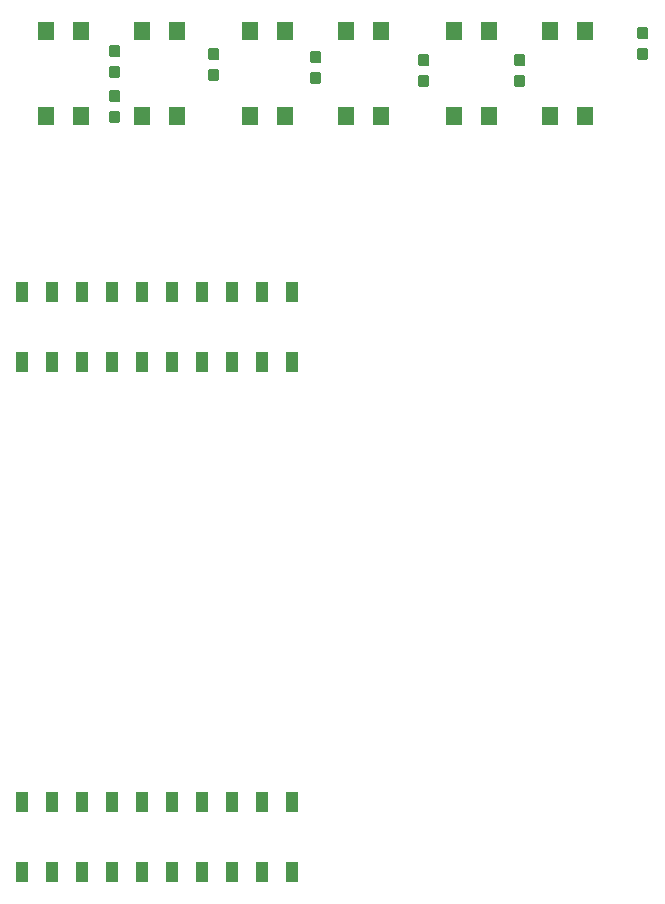
<source format=gbr>
G04 #@! TF.GenerationSoftware,KiCad,Pcbnew,(5.0.0)*
G04 #@! TF.CreationDate,2018-12-16T15:07:14-06:00*
G04 #@! TF.ProjectId,DriveBoard_Hardware,4472697665426F6172645F4861726477,rev?*
G04 #@! TF.SameCoordinates,Original*
G04 #@! TF.FileFunction,Paste,Bot*
G04 #@! TF.FilePolarity,Positive*
%FSLAX46Y46*%
G04 Gerber Fmt 4.6, Leading zero omitted, Abs format (unit mm)*
G04 Created by KiCad (PCBNEW (5.0.0)) date 12/16/18 15:07:14*
%MOMM*%
%LPD*%
G01*
G04 APERTURE LIST*
%ADD10R,0.990600X1.778000*%
%ADD11R,1.400000X1.600000*%
%ADD12C,0.100000*%
%ADD13C,0.950000*%
G04 APERTURE END LIST*
D10*
G04 #@! TO.C,U4*
X123698000Y-110134400D03*
X146558000Y-61061600D03*
X144018000Y-61061600D03*
X136398000Y-61061600D03*
X133858000Y-104241600D03*
X138938000Y-61061600D03*
X141478000Y-61061600D03*
X138938000Y-110134400D03*
X144018000Y-104241600D03*
X133858000Y-61061600D03*
X131318000Y-61061600D03*
X144018000Y-110134400D03*
X138938000Y-104241600D03*
X136398000Y-104241600D03*
X123698000Y-104241600D03*
X126238000Y-104241600D03*
X128778000Y-104241600D03*
X131318000Y-104241600D03*
X141478000Y-104241600D03*
X146558000Y-104241600D03*
X126238000Y-110134400D03*
X128778000Y-110134400D03*
X131318000Y-110134400D03*
X133858000Y-110134400D03*
X136398000Y-110134400D03*
X141478000Y-110134400D03*
X146558000Y-110134400D03*
X123698000Y-66954400D03*
X126238000Y-66954400D03*
X128778000Y-66954400D03*
X131318000Y-66954400D03*
X133858000Y-66954400D03*
X136398000Y-66954400D03*
X138938000Y-66954400D03*
X141478000Y-66954400D03*
X144018000Y-66954400D03*
X146558000Y-66954400D03*
X123698000Y-61061600D03*
X126238000Y-61061600D03*
X128778000Y-61061600D03*
G04 #@! TD*
D11*
G04 #@! TO.C,SW1*
X128754000Y-38945000D03*
X128754000Y-46145000D03*
X125754000Y-38945000D03*
X125754000Y-46145000D03*
G04 #@! TD*
G04 #@! TO.C,SW2*
X133882000Y-46145000D03*
X133882000Y-38945000D03*
X136882000Y-46145000D03*
X136882000Y-38945000D03*
G04 #@! TD*
G04 #@! TO.C,SW3*
X146026000Y-38945000D03*
X146026000Y-46145000D03*
X143026000Y-38945000D03*
X143026000Y-46145000D03*
G04 #@! TD*
G04 #@! TO.C,SW4*
X151154000Y-46145000D03*
X151154000Y-38945000D03*
X154154000Y-46145000D03*
X154154000Y-38945000D03*
G04 #@! TD*
G04 #@! TO.C,SW5*
X163298000Y-38945000D03*
X163298000Y-46145000D03*
X160298000Y-38945000D03*
X160298000Y-46145000D03*
G04 #@! TD*
G04 #@! TO.C,SW6*
X168426000Y-46145000D03*
X168426000Y-38945000D03*
X171426000Y-46145000D03*
X171426000Y-38945000D03*
G04 #@! TD*
D12*
G04 #@! TO.C,R8*
G36*
X131832779Y-45676144D02*
X131855834Y-45679563D01*
X131878443Y-45685227D01*
X131900387Y-45693079D01*
X131921457Y-45703044D01*
X131941448Y-45715026D01*
X131960168Y-45728910D01*
X131977438Y-45744562D01*
X131993090Y-45761832D01*
X132006974Y-45780552D01*
X132018956Y-45800543D01*
X132028921Y-45821613D01*
X132036773Y-45843557D01*
X132042437Y-45866166D01*
X132045856Y-45889221D01*
X132047000Y-45912500D01*
X132047000Y-46487500D01*
X132045856Y-46510779D01*
X132042437Y-46533834D01*
X132036773Y-46556443D01*
X132028921Y-46578387D01*
X132018956Y-46599457D01*
X132006974Y-46619448D01*
X131993090Y-46638168D01*
X131977438Y-46655438D01*
X131960168Y-46671090D01*
X131941448Y-46684974D01*
X131921457Y-46696956D01*
X131900387Y-46706921D01*
X131878443Y-46714773D01*
X131855834Y-46720437D01*
X131832779Y-46723856D01*
X131809500Y-46725000D01*
X131334500Y-46725000D01*
X131311221Y-46723856D01*
X131288166Y-46720437D01*
X131265557Y-46714773D01*
X131243613Y-46706921D01*
X131222543Y-46696956D01*
X131202552Y-46684974D01*
X131183832Y-46671090D01*
X131166562Y-46655438D01*
X131150910Y-46638168D01*
X131137026Y-46619448D01*
X131125044Y-46599457D01*
X131115079Y-46578387D01*
X131107227Y-46556443D01*
X131101563Y-46533834D01*
X131098144Y-46510779D01*
X131097000Y-46487500D01*
X131097000Y-45912500D01*
X131098144Y-45889221D01*
X131101563Y-45866166D01*
X131107227Y-45843557D01*
X131115079Y-45821613D01*
X131125044Y-45800543D01*
X131137026Y-45780552D01*
X131150910Y-45761832D01*
X131166562Y-45744562D01*
X131183832Y-45728910D01*
X131202552Y-45715026D01*
X131222543Y-45703044D01*
X131243613Y-45693079D01*
X131265557Y-45685227D01*
X131288166Y-45679563D01*
X131311221Y-45676144D01*
X131334500Y-45675000D01*
X131809500Y-45675000D01*
X131832779Y-45676144D01*
X131832779Y-45676144D01*
G37*
D13*
X131572000Y-46200000D03*
D12*
G36*
X131832779Y-43926144D02*
X131855834Y-43929563D01*
X131878443Y-43935227D01*
X131900387Y-43943079D01*
X131921457Y-43953044D01*
X131941448Y-43965026D01*
X131960168Y-43978910D01*
X131977438Y-43994562D01*
X131993090Y-44011832D01*
X132006974Y-44030552D01*
X132018956Y-44050543D01*
X132028921Y-44071613D01*
X132036773Y-44093557D01*
X132042437Y-44116166D01*
X132045856Y-44139221D01*
X132047000Y-44162500D01*
X132047000Y-44737500D01*
X132045856Y-44760779D01*
X132042437Y-44783834D01*
X132036773Y-44806443D01*
X132028921Y-44828387D01*
X132018956Y-44849457D01*
X132006974Y-44869448D01*
X131993090Y-44888168D01*
X131977438Y-44905438D01*
X131960168Y-44921090D01*
X131941448Y-44934974D01*
X131921457Y-44946956D01*
X131900387Y-44956921D01*
X131878443Y-44964773D01*
X131855834Y-44970437D01*
X131832779Y-44973856D01*
X131809500Y-44975000D01*
X131334500Y-44975000D01*
X131311221Y-44973856D01*
X131288166Y-44970437D01*
X131265557Y-44964773D01*
X131243613Y-44956921D01*
X131222543Y-44946956D01*
X131202552Y-44934974D01*
X131183832Y-44921090D01*
X131166562Y-44905438D01*
X131150910Y-44888168D01*
X131137026Y-44869448D01*
X131125044Y-44849457D01*
X131115079Y-44828387D01*
X131107227Y-44806443D01*
X131101563Y-44783834D01*
X131098144Y-44760779D01*
X131097000Y-44737500D01*
X131097000Y-44162500D01*
X131098144Y-44139221D01*
X131101563Y-44116166D01*
X131107227Y-44093557D01*
X131115079Y-44071613D01*
X131125044Y-44050543D01*
X131137026Y-44030552D01*
X131150910Y-44011832D01*
X131166562Y-43994562D01*
X131183832Y-43978910D01*
X131202552Y-43965026D01*
X131222543Y-43953044D01*
X131243613Y-43943079D01*
X131265557Y-43935227D01*
X131288166Y-43929563D01*
X131311221Y-43926144D01*
X131334500Y-43925000D01*
X131809500Y-43925000D01*
X131832779Y-43926144D01*
X131832779Y-43926144D01*
G37*
D13*
X131572000Y-44450000D03*
G04 #@! TD*
D12*
G04 #@! TO.C,R9*
G36*
X131832779Y-41866144D02*
X131855834Y-41869563D01*
X131878443Y-41875227D01*
X131900387Y-41883079D01*
X131921457Y-41893044D01*
X131941448Y-41905026D01*
X131960168Y-41918910D01*
X131977438Y-41934562D01*
X131993090Y-41951832D01*
X132006974Y-41970552D01*
X132018956Y-41990543D01*
X132028921Y-42011613D01*
X132036773Y-42033557D01*
X132042437Y-42056166D01*
X132045856Y-42079221D01*
X132047000Y-42102500D01*
X132047000Y-42677500D01*
X132045856Y-42700779D01*
X132042437Y-42723834D01*
X132036773Y-42746443D01*
X132028921Y-42768387D01*
X132018956Y-42789457D01*
X132006974Y-42809448D01*
X131993090Y-42828168D01*
X131977438Y-42845438D01*
X131960168Y-42861090D01*
X131941448Y-42874974D01*
X131921457Y-42886956D01*
X131900387Y-42896921D01*
X131878443Y-42904773D01*
X131855834Y-42910437D01*
X131832779Y-42913856D01*
X131809500Y-42915000D01*
X131334500Y-42915000D01*
X131311221Y-42913856D01*
X131288166Y-42910437D01*
X131265557Y-42904773D01*
X131243613Y-42896921D01*
X131222543Y-42886956D01*
X131202552Y-42874974D01*
X131183832Y-42861090D01*
X131166562Y-42845438D01*
X131150910Y-42828168D01*
X131137026Y-42809448D01*
X131125044Y-42789457D01*
X131115079Y-42768387D01*
X131107227Y-42746443D01*
X131101563Y-42723834D01*
X131098144Y-42700779D01*
X131097000Y-42677500D01*
X131097000Y-42102500D01*
X131098144Y-42079221D01*
X131101563Y-42056166D01*
X131107227Y-42033557D01*
X131115079Y-42011613D01*
X131125044Y-41990543D01*
X131137026Y-41970552D01*
X131150910Y-41951832D01*
X131166562Y-41934562D01*
X131183832Y-41918910D01*
X131202552Y-41905026D01*
X131222543Y-41893044D01*
X131243613Y-41883079D01*
X131265557Y-41875227D01*
X131288166Y-41869563D01*
X131311221Y-41866144D01*
X131334500Y-41865000D01*
X131809500Y-41865000D01*
X131832779Y-41866144D01*
X131832779Y-41866144D01*
G37*
D13*
X131572000Y-42390000D03*
D12*
G36*
X131832779Y-40116144D02*
X131855834Y-40119563D01*
X131878443Y-40125227D01*
X131900387Y-40133079D01*
X131921457Y-40143044D01*
X131941448Y-40155026D01*
X131960168Y-40168910D01*
X131977438Y-40184562D01*
X131993090Y-40201832D01*
X132006974Y-40220552D01*
X132018956Y-40240543D01*
X132028921Y-40261613D01*
X132036773Y-40283557D01*
X132042437Y-40306166D01*
X132045856Y-40329221D01*
X132047000Y-40352500D01*
X132047000Y-40927500D01*
X132045856Y-40950779D01*
X132042437Y-40973834D01*
X132036773Y-40996443D01*
X132028921Y-41018387D01*
X132018956Y-41039457D01*
X132006974Y-41059448D01*
X131993090Y-41078168D01*
X131977438Y-41095438D01*
X131960168Y-41111090D01*
X131941448Y-41124974D01*
X131921457Y-41136956D01*
X131900387Y-41146921D01*
X131878443Y-41154773D01*
X131855834Y-41160437D01*
X131832779Y-41163856D01*
X131809500Y-41165000D01*
X131334500Y-41165000D01*
X131311221Y-41163856D01*
X131288166Y-41160437D01*
X131265557Y-41154773D01*
X131243613Y-41146921D01*
X131222543Y-41136956D01*
X131202552Y-41124974D01*
X131183832Y-41111090D01*
X131166562Y-41095438D01*
X131150910Y-41078168D01*
X131137026Y-41059448D01*
X131125044Y-41039457D01*
X131115079Y-41018387D01*
X131107227Y-40996443D01*
X131101563Y-40973834D01*
X131098144Y-40950779D01*
X131097000Y-40927500D01*
X131097000Y-40352500D01*
X131098144Y-40329221D01*
X131101563Y-40306166D01*
X131107227Y-40283557D01*
X131115079Y-40261613D01*
X131125044Y-40240543D01*
X131137026Y-40220552D01*
X131150910Y-40201832D01*
X131166562Y-40184562D01*
X131183832Y-40168910D01*
X131202552Y-40155026D01*
X131222543Y-40143044D01*
X131243613Y-40133079D01*
X131265557Y-40125227D01*
X131288166Y-40119563D01*
X131311221Y-40116144D01*
X131334500Y-40115000D01*
X131809500Y-40115000D01*
X131832779Y-40116144D01*
X131832779Y-40116144D01*
G37*
D13*
X131572000Y-40640000D03*
G04 #@! TD*
D12*
G04 #@! TO.C,R10*
G36*
X140214779Y-40370144D02*
X140237834Y-40373563D01*
X140260443Y-40379227D01*
X140282387Y-40387079D01*
X140303457Y-40397044D01*
X140323448Y-40409026D01*
X140342168Y-40422910D01*
X140359438Y-40438562D01*
X140375090Y-40455832D01*
X140388974Y-40474552D01*
X140400956Y-40494543D01*
X140410921Y-40515613D01*
X140418773Y-40537557D01*
X140424437Y-40560166D01*
X140427856Y-40583221D01*
X140429000Y-40606500D01*
X140429000Y-41181500D01*
X140427856Y-41204779D01*
X140424437Y-41227834D01*
X140418773Y-41250443D01*
X140410921Y-41272387D01*
X140400956Y-41293457D01*
X140388974Y-41313448D01*
X140375090Y-41332168D01*
X140359438Y-41349438D01*
X140342168Y-41365090D01*
X140323448Y-41378974D01*
X140303457Y-41390956D01*
X140282387Y-41400921D01*
X140260443Y-41408773D01*
X140237834Y-41414437D01*
X140214779Y-41417856D01*
X140191500Y-41419000D01*
X139716500Y-41419000D01*
X139693221Y-41417856D01*
X139670166Y-41414437D01*
X139647557Y-41408773D01*
X139625613Y-41400921D01*
X139604543Y-41390956D01*
X139584552Y-41378974D01*
X139565832Y-41365090D01*
X139548562Y-41349438D01*
X139532910Y-41332168D01*
X139519026Y-41313448D01*
X139507044Y-41293457D01*
X139497079Y-41272387D01*
X139489227Y-41250443D01*
X139483563Y-41227834D01*
X139480144Y-41204779D01*
X139479000Y-41181500D01*
X139479000Y-40606500D01*
X139480144Y-40583221D01*
X139483563Y-40560166D01*
X139489227Y-40537557D01*
X139497079Y-40515613D01*
X139507044Y-40494543D01*
X139519026Y-40474552D01*
X139532910Y-40455832D01*
X139548562Y-40438562D01*
X139565832Y-40422910D01*
X139584552Y-40409026D01*
X139604543Y-40397044D01*
X139625613Y-40387079D01*
X139647557Y-40379227D01*
X139670166Y-40373563D01*
X139693221Y-40370144D01*
X139716500Y-40369000D01*
X140191500Y-40369000D01*
X140214779Y-40370144D01*
X140214779Y-40370144D01*
G37*
D13*
X139954000Y-40894000D03*
D12*
G36*
X140214779Y-42120144D02*
X140237834Y-42123563D01*
X140260443Y-42129227D01*
X140282387Y-42137079D01*
X140303457Y-42147044D01*
X140323448Y-42159026D01*
X140342168Y-42172910D01*
X140359438Y-42188562D01*
X140375090Y-42205832D01*
X140388974Y-42224552D01*
X140400956Y-42244543D01*
X140410921Y-42265613D01*
X140418773Y-42287557D01*
X140424437Y-42310166D01*
X140427856Y-42333221D01*
X140429000Y-42356500D01*
X140429000Y-42931500D01*
X140427856Y-42954779D01*
X140424437Y-42977834D01*
X140418773Y-43000443D01*
X140410921Y-43022387D01*
X140400956Y-43043457D01*
X140388974Y-43063448D01*
X140375090Y-43082168D01*
X140359438Y-43099438D01*
X140342168Y-43115090D01*
X140323448Y-43128974D01*
X140303457Y-43140956D01*
X140282387Y-43150921D01*
X140260443Y-43158773D01*
X140237834Y-43164437D01*
X140214779Y-43167856D01*
X140191500Y-43169000D01*
X139716500Y-43169000D01*
X139693221Y-43167856D01*
X139670166Y-43164437D01*
X139647557Y-43158773D01*
X139625613Y-43150921D01*
X139604543Y-43140956D01*
X139584552Y-43128974D01*
X139565832Y-43115090D01*
X139548562Y-43099438D01*
X139532910Y-43082168D01*
X139519026Y-43063448D01*
X139507044Y-43043457D01*
X139497079Y-43022387D01*
X139489227Y-43000443D01*
X139483563Y-42977834D01*
X139480144Y-42954779D01*
X139479000Y-42931500D01*
X139479000Y-42356500D01*
X139480144Y-42333221D01*
X139483563Y-42310166D01*
X139489227Y-42287557D01*
X139497079Y-42265613D01*
X139507044Y-42244543D01*
X139519026Y-42224552D01*
X139532910Y-42205832D01*
X139548562Y-42188562D01*
X139565832Y-42172910D01*
X139584552Y-42159026D01*
X139604543Y-42147044D01*
X139625613Y-42137079D01*
X139647557Y-42129227D01*
X139670166Y-42123563D01*
X139693221Y-42120144D01*
X139716500Y-42119000D01*
X140191500Y-42119000D01*
X140214779Y-42120144D01*
X140214779Y-42120144D01*
G37*
D13*
X139954000Y-42644000D03*
G04 #@! TD*
D12*
G04 #@! TO.C,R11*
G36*
X148850779Y-42374144D02*
X148873834Y-42377563D01*
X148896443Y-42383227D01*
X148918387Y-42391079D01*
X148939457Y-42401044D01*
X148959448Y-42413026D01*
X148978168Y-42426910D01*
X148995438Y-42442562D01*
X149011090Y-42459832D01*
X149024974Y-42478552D01*
X149036956Y-42498543D01*
X149046921Y-42519613D01*
X149054773Y-42541557D01*
X149060437Y-42564166D01*
X149063856Y-42587221D01*
X149065000Y-42610500D01*
X149065000Y-43185500D01*
X149063856Y-43208779D01*
X149060437Y-43231834D01*
X149054773Y-43254443D01*
X149046921Y-43276387D01*
X149036956Y-43297457D01*
X149024974Y-43317448D01*
X149011090Y-43336168D01*
X148995438Y-43353438D01*
X148978168Y-43369090D01*
X148959448Y-43382974D01*
X148939457Y-43394956D01*
X148918387Y-43404921D01*
X148896443Y-43412773D01*
X148873834Y-43418437D01*
X148850779Y-43421856D01*
X148827500Y-43423000D01*
X148352500Y-43423000D01*
X148329221Y-43421856D01*
X148306166Y-43418437D01*
X148283557Y-43412773D01*
X148261613Y-43404921D01*
X148240543Y-43394956D01*
X148220552Y-43382974D01*
X148201832Y-43369090D01*
X148184562Y-43353438D01*
X148168910Y-43336168D01*
X148155026Y-43317448D01*
X148143044Y-43297457D01*
X148133079Y-43276387D01*
X148125227Y-43254443D01*
X148119563Y-43231834D01*
X148116144Y-43208779D01*
X148115000Y-43185500D01*
X148115000Y-42610500D01*
X148116144Y-42587221D01*
X148119563Y-42564166D01*
X148125227Y-42541557D01*
X148133079Y-42519613D01*
X148143044Y-42498543D01*
X148155026Y-42478552D01*
X148168910Y-42459832D01*
X148184562Y-42442562D01*
X148201832Y-42426910D01*
X148220552Y-42413026D01*
X148240543Y-42401044D01*
X148261613Y-42391079D01*
X148283557Y-42383227D01*
X148306166Y-42377563D01*
X148329221Y-42374144D01*
X148352500Y-42373000D01*
X148827500Y-42373000D01*
X148850779Y-42374144D01*
X148850779Y-42374144D01*
G37*
D13*
X148590000Y-42898000D03*
D12*
G36*
X148850779Y-40624144D02*
X148873834Y-40627563D01*
X148896443Y-40633227D01*
X148918387Y-40641079D01*
X148939457Y-40651044D01*
X148959448Y-40663026D01*
X148978168Y-40676910D01*
X148995438Y-40692562D01*
X149011090Y-40709832D01*
X149024974Y-40728552D01*
X149036956Y-40748543D01*
X149046921Y-40769613D01*
X149054773Y-40791557D01*
X149060437Y-40814166D01*
X149063856Y-40837221D01*
X149065000Y-40860500D01*
X149065000Y-41435500D01*
X149063856Y-41458779D01*
X149060437Y-41481834D01*
X149054773Y-41504443D01*
X149046921Y-41526387D01*
X149036956Y-41547457D01*
X149024974Y-41567448D01*
X149011090Y-41586168D01*
X148995438Y-41603438D01*
X148978168Y-41619090D01*
X148959448Y-41632974D01*
X148939457Y-41644956D01*
X148918387Y-41654921D01*
X148896443Y-41662773D01*
X148873834Y-41668437D01*
X148850779Y-41671856D01*
X148827500Y-41673000D01*
X148352500Y-41673000D01*
X148329221Y-41671856D01*
X148306166Y-41668437D01*
X148283557Y-41662773D01*
X148261613Y-41654921D01*
X148240543Y-41644956D01*
X148220552Y-41632974D01*
X148201832Y-41619090D01*
X148184562Y-41603438D01*
X148168910Y-41586168D01*
X148155026Y-41567448D01*
X148143044Y-41547457D01*
X148133079Y-41526387D01*
X148125227Y-41504443D01*
X148119563Y-41481834D01*
X148116144Y-41458779D01*
X148115000Y-41435500D01*
X148115000Y-40860500D01*
X148116144Y-40837221D01*
X148119563Y-40814166D01*
X148125227Y-40791557D01*
X148133079Y-40769613D01*
X148143044Y-40748543D01*
X148155026Y-40728552D01*
X148168910Y-40709832D01*
X148184562Y-40692562D01*
X148201832Y-40676910D01*
X148220552Y-40663026D01*
X148240543Y-40651044D01*
X148261613Y-40641079D01*
X148283557Y-40633227D01*
X148306166Y-40627563D01*
X148329221Y-40624144D01*
X148352500Y-40623000D01*
X148827500Y-40623000D01*
X148850779Y-40624144D01*
X148850779Y-40624144D01*
G37*
D13*
X148590000Y-41148000D03*
G04 #@! TD*
D12*
G04 #@! TO.C,R12*
G36*
X157994779Y-40878144D02*
X158017834Y-40881563D01*
X158040443Y-40887227D01*
X158062387Y-40895079D01*
X158083457Y-40905044D01*
X158103448Y-40917026D01*
X158122168Y-40930910D01*
X158139438Y-40946562D01*
X158155090Y-40963832D01*
X158168974Y-40982552D01*
X158180956Y-41002543D01*
X158190921Y-41023613D01*
X158198773Y-41045557D01*
X158204437Y-41068166D01*
X158207856Y-41091221D01*
X158209000Y-41114500D01*
X158209000Y-41689500D01*
X158207856Y-41712779D01*
X158204437Y-41735834D01*
X158198773Y-41758443D01*
X158190921Y-41780387D01*
X158180956Y-41801457D01*
X158168974Y-41821448D01*
X158155090Y-41840168D01*
X158139438Y-41857438D01*
X158122168Y-41873090D01*
X158103448Y-41886974D01*
X158083457Y-41898956D01*
X158062387Y-41908921D01*
X158040443Y-41916773D01*
X158017834Y-41922437D01*
X157994779Y-41925856D01*
X157971500Y-41927000D01*
X157496500Y-41927000D01*
X157473221Y-41925856D01*
X157450166Y-41922437D01*
X157427557Y-41916773D01*
X157405613Y-41908921D01*
X157384543Y-41898956D01*
X157364552Y-41886974D01*
X157345832Y-41873090D01*
X157328562Y-41857438D01*
X157312910Y-41840168D01*
X157299026Y-41821448D01*
X157287044Y-41801457D01*
X157277079Y-41780387D01*
X157269227Y-41758443D01*
X157263563Y-41735834D01*
X157260144Y-41712779D01*
X157259000Y-41689500D01*
X157259000Y-41114500D01*
X157260144Y-41091221D01*
X157263563Y-41068166D01*
X157269227Y-41045557D01*
X157277079Y-41023613D01*
X157287044Y-41002543D01*
X157299026Y-40982552D01*
X157312910Y-40963832D01*
X157328562Y-40946562D01*
X157345832Y-40930910D01*
X157364552Y-40917026D01*
X157384543Y-40905044D01*
X157405613Y-40895079D01*
X157427557Y-40887227D01*
X157450166Y-40881563D01*
X157473221Y-40878144D01*
X157496500Y-40877000D01*
X157971500Y-40877000D01*
X157994779Y-40878144D01*
X157994779Y-40878144D01*
G37*
D13*
X157734000Y-41402000D03*
D12*
G36*
X157994779Y-42628144D02*
X158017834Y-42631563D01*
X158040443Y-42637227D01*
X158062387Y-42645079D01*
X158083457Y-42655044D01*
X158103448Y-42667026D01*
X158122168Y-42680910D01*
X158139438Y-42696562D01*
X158155090Y-42713832D01*
X158168974Y-42732552D01*
X158180956Y-42752543D01*
X158190921Y-42773613D01*
X158198773Y-42795557D01*
X158204437Y-42818166D01*
X158207856Y-42841221D01*
X158209000Y-42864500D01*
X158209000Y-43439500D01*
X158207856Y-43462779D01*
X158204437Y-43485834D01*
X158198773Y-43508443D01*
X158190921Y-43530387D01*
X158180956Y-43551457D01*
X158168974Y-43571448D01*
X158155090Y-43590168D01*
X158139438Y-43607438D01*
X158122168Y-43623090D01*
X158103448Y-43636974D01*
X158083457Y-43648956D01*
X158062387Y-43658921D01*
X158040443Y-43666773D01*
X158017834Y-43672437D01*
X157994779Y-43675856D01*
X157971500Y-43677000D01*
X157496500Y-43677000D01*
X157473221Y-43675856D01*
X157450166Y-43672437D01*
X157427557Y-43666773D01*
X157405613Y-43658921D01*
X157384543Y-43648956D01*
X157364552Y-43636974D01*
X157345832Y-43623090D01*
X157328562Y-43607438D01*
X157312910Y-43590168D01*
X157299026Y-43571448D01*
X157287044Y-43551457D01*
X157277079Y-43530387D01*
X157269227Y-43508443D01*
X157263563Y-43485834D01*
X157260144Y-43462779D01*
X157259000Y-43439500D01*
X157259000Y-42864500D01*
X157260144Y-42841221D01*
X157263563Y-42818166D01*
X157269227Y-42795557D01*
X157277079Y-42773613D01*
X157287044Y-42752543D01*
X157299026Y-42732552D01*
X157312910Y-42713832D01*
X157328562Y-42696562D01*
X157345832Y-42680910D01*
X157364552Y-42667026D01*
X157384543Y-42655044D01*
X157405613Y-42645079D01*
X157427557Y-42637227D01*
X157450166Y-42631563D01*
X157473221Y-42628144D01*
X157496500Y-42627000D01*
X157971500Y-42627000D01*
X157994779Y-42628144D01*
X157994779Y-42628144D01*
G37*
D13*
X157734000Y-43152000D03*
G04 #@! TD*
D12*
G04 #@! TO.C,R13*
G36*
X166122779Y-42628144D02*
X166145834Y-42631563D01*
X166168443Y-42637227D01*
X166190387Y-42645079D01*
X166211457Y-42655044D01*
X166231448Y-42667026D01*
X166250168Y-42680910D01*
X166267438Y-42696562D01*
X166283090Y-42713832D01*
X166296974Y-42732552D01*
X166308956Y-42752543D01*
X166318921Y-42773613D01*
X166326773Y-42795557D01*
X166332437Y-42818166D01*
X166335856Y-42841221D01*
X166337000Y-42864500D01*
X166337000Y-43439500D01*
X166335856Y-43462779D01*
X166332437Y-43485834D01*
X166326773Y-43508443D01*
X166318921Y-43530387D01*
X166308956Y-43551457D01*
X166296974Y-43571448D01*
X166283090Y-43590168D01*
X166267438Y-43607438D01*
X166250168Y-43623090D01*
X166231448Y-43636974D01*
X166211457Y-43648956D01*
X166190387Y-43658921D01*
X166168443Y-43666773D01*
X166145834Y-43672437D01*
X166122779Y-43675856D01*
X166099500Y-43677000D01*
X165624500Y-43677000D01*
X165601221Y-43675856D01*
X165578166Y-43672437D01*
X165555557Y-43666773D01*
X165533613Y-43658921D01*
X165512543Y-43648956D01*
X165492552Y-43636974D01*
X165473832Y-43623090D01*
X165456562Y-43607438D01*
X165440910Y-43590168D01*
X165427026Y-43571448D01*
X165415044Y-43551457D01*
X165405079Y-43530387D01*
X165397227Y-43508443D01*
X165391563Y-43485834D01*
X165388144Y-43462779D01*
X165387000Y-43439500D01*
X165387000Y-42864500D01*
X165388144Y-42841221D01*
X165391563Y-42818166D01*
X165397227Y-42795557D01*
X165405079Y-42773613D01*
X165415044Y-42752543D01*
X165427026Y-42732552D01*
X165440910Y-42713832D01*
X165456562Y-42696562D01*
X165473832Y-42680910D01*
X165492552Y-42667026D01*
X165512543Y-42655044D01*
X165533613Y-42645079D01*
X165555557Y-42637227D01*
X165578166Y-42631563D01*
X165601221Y-42628144D01*
X165624500Y-42627000D01*
X166099500Y-42627000D01*
X166122779Y-42628144D01*
X166122779Y-42628144D01*
G37*
D13*
X165862000Y-43152000D03*
D12*
G36*
X166122779Y-40878144D02*
X166145834Y-40881563D01*
X166168443Y-40887227D01*
X166190387Y-40895079D01*
X166211457Y-40905044D01*
X166231448Y-40917026D01*
X166250168Y-40930910D01*
X166267438Y-40946562D01*
X166283090Y-40963832D01*
X166296974Y-40982552D01*
X166308956Y-41002543D01*
X166318921Y-41023613D01*
X166326773Y-41045557D01*
X166332437Y-41068166D01*
X166335856Y-41091221D01*
X166337000Y-41114500D01*
X166337000Y-41689500D01*
X166335856Y-41712779D01*
X166332437Y-41735834D01*
X166326773Y-41758443D01*
X166318921Y-41780387D01*
X166308956Y-41801457D01*
X166296974Y-41821448D01*
X166283090Y-41840168D01*
X166267438Y-41857438D01*
X166250168Y-41873090D01*
X166231448Y-41886974D01*
X166211457Y-41898956D01*
X166190387Y-41908921D01*
X166168443Y-41916773D01*
X166145834Y-41922437D01*
X166122779Y-41925856D01*
X166099500Y-41927000D01*
X165624500Y-41927000D01*
X165601221Y-41925856D01*
X165578166Y-41922437D01*
X165555557Y-41916773D01*
X165533613Y-41908921D01*
X165512543Y-41898956D01*
X165492552Y-41886974D01*
X165473832Y-41873090D01*
X165456562Y-41857438D01*
X165440910Y-41840168D01*
X165427026Y-41821448D01*
X165415044Y-41801457D01*
X165405079Y-41780387D01*
X165397227Y-41758443D01*
X165391563Y-41735834D01*
X165388144Y-41712779D01*
X165387000Y-41689500D01*
X165387000Y-41114500D01*
X165388144Y-41091221D01*
X165391563Y-41068166D01*
X165397227Y-41045557D01*
X165405079Y-41023613D01*
X165415044Y-41002543D01*
X165427026Y-40982552D01*
X165440910Y-40963832D01*
X165456562Y-40946562D01*
X165473832Y-40930910D01*
X165492552Y-40917026D01*
X165512543Y-40905044D01*
X165533613Y-40895079D01*
X165555557Y-40887227D01*
X165578166Y-40881563D01*
X165601221Y-40878144D01*
X165624500Y-40877000D01*
X166099500Y-40877000D01*
X166122779Y-40878144D01*
X166122779Y-40878144D01*
G37*
D13*
X165862000Y-41402000D03*
G04 #@! TD*
D12*
G04 #@! TO.C,R14*
G36*
X176536779Y-38592144D02*
X176559834Y-38595563D01*
X176582443Y-38601227D01*
X176604387Y-38609079D01*
X176625457Y-38619044D01*
X176645448Y-38631026D01*
X176664168Y-38644910D01*
X176681438Y-38660562D01*
X176697090Y-38677832D01*
X176710974Y-38696552D01*
X176722956Y-38716543D01*
X176732921Y-38737613D01*
X176740773Y-38759557D01*
X176746437Y-38782166D01*
X176749856Y-38805221D01*
X176751000Y-38828500D01*
X176751000Y-39403500D01*
X176749856Y-39426779D01*
X176746437Y-39449834D01*
X176740773Y-39472443D01*
X176732921Y-39494387D01*
X176722956Y-39515457D01*
X176710974Y-39535448D01*
X176697090Y-39554168D01*
X176681438Y-39571438D01*
X176664168Y-39587090D01*
X176645448Y-39600974D01*
X176625457Y-39612956D01*
X176604387Y-39622921D01*
X176582443Y-39630773D01*
X176559834Y-39636437D01*
X176536779Y-39639856D01*
X176513500Y-39641000D01*
X176038500Y-39641000D01*
X176015221Y-39639856D01*
X175992166Y-39636437D01*
X175969557Y-39630773D01*
X175947613Y-39622921D01*
X175926543Y-39612956D01*
X175906552Y-39600974D01*
X175887832Y-39587090D01*
X175870562Y-39571438D01*
X175854910Y-39554168D01*
X175841026Y-39535448D01*
X175829044Y-39515457D01*
X175819079Y-39494387D01*
X175811227Y-39472443D01*
X175805563Y-39449834D01*
X175802144Y-39426779D01*
X175801000Y-39403500D01*
X175801000Y-38828500D01*
X175802144Y-38805221D01*
X175805563Y-38782166D01*
X175811227Y-38759557D01*
X175819079Y-38737613D01*
X175829044Y-38716543D01*
X175841026Y-38696552D01*
X175854910Y-38677832D01*
X175870562Y-38660562D01*
X175887832Y-38644910D01*
X175906552Y-38631026D01*
X175926543Y-38619044D01*
X175947613Y-38609079D01*
X175969557Y-38601227D01*
X175992166Y-38595563D01*
X176015221Y-38592144D01*
X176038500Y-38591000D01*
X176513500Y-38591000D01*
X176536779Y-38592144D01*
X176536779Y-38592144D01*
G37*
D13*
X176276000Y-39116000D03*
D12*
G36*
X176536779Y-40342144D02*
X176559834Y-40345563D01*
X176582443Y-40351227D01*
X176604387Y-40359079D01*
X176625457Y-40369044D01*
X176645448Y-40381026D01*
X176664168Y-40394910D01*
X176681438Y-40410562D01*
X176697090Y-40427832D01*
X176710974Y-40446552D01*
X176722956Y-40466543D01*
X176732921Y-40487613D01*
X176740773Y-40509557D01*
X176746437Y-40532166D01*
X176749856Y-40555221D01*
X176751000Y-40578500D01*
X176751000Y-41153500D01*
X176749856Y-41176779D01*
X176746437Y-41199834D01*
X176740773Y-41222443D01*
X176732921Y-41244387D01*
X176722956Y-41265457D01*
X176710974Y-41285448D01*
X176697090Y-41304168D01*
X176681438Y-41321438D01*
X176664168Y-41337090D01*
X176645448Y-41350974D01*
X176625457Y-41362956D01*
X176604387Y-41372921D01*
X176582443Y-41380773D01*
X176559834Y-41386437D01*
X176536779Y-41389856D01*
X176513500Y-41391000D01*
X176038500Y-41391000D01*
X176015221Y-41389856D01*
X175992166Y-41386437D01*
X175969557Y-41380773D01*
X175947613Y-41372921D01*
X175926543Y-41362956D01*
X175906552Y-41350974D01*
X175887832Y-41337090D01*
X175870562Y-41321438D01*
X175854910Y-41304168D01*
X175841026Y-41285448D01*
X175829044Y-41265457D01*
X175819079Y-41244387D01*
X175811227Y-41222443D01*
X175805563Y-41199834D01*
X175802144Y-41176779D01*
X175801000Y-41153500D01*
X175801000Y-40578500D01*
X175802144Y-40555221D01*
X175805563Y-40532166D01*
X175811227Y-40509557D01*
X175819079Y-40487613D01*
X175829044Y-40466543D01*
X175841026Y-40446552D01*
X175854910Y-40427832D01*
X175870562Y-40410562D01*
X175887832Y-40394910D01*
X175906552Y-40381026D01*
X175926543Y-40369044D01*
X175947613Y-40359079D01*
X175969557Y-40351227D01*
X175992166Y-40345563D01*
X176015221Y-40342144D01*
X176038500Y-40341000D01*
X176513500Y-40341000D01*
X176536779Y-40342144D01*
X176536779Y-40342144D01*
G37*
D13*
X176276000Y-40866000D03*
G04 #@! TD*
M02*

</source>
